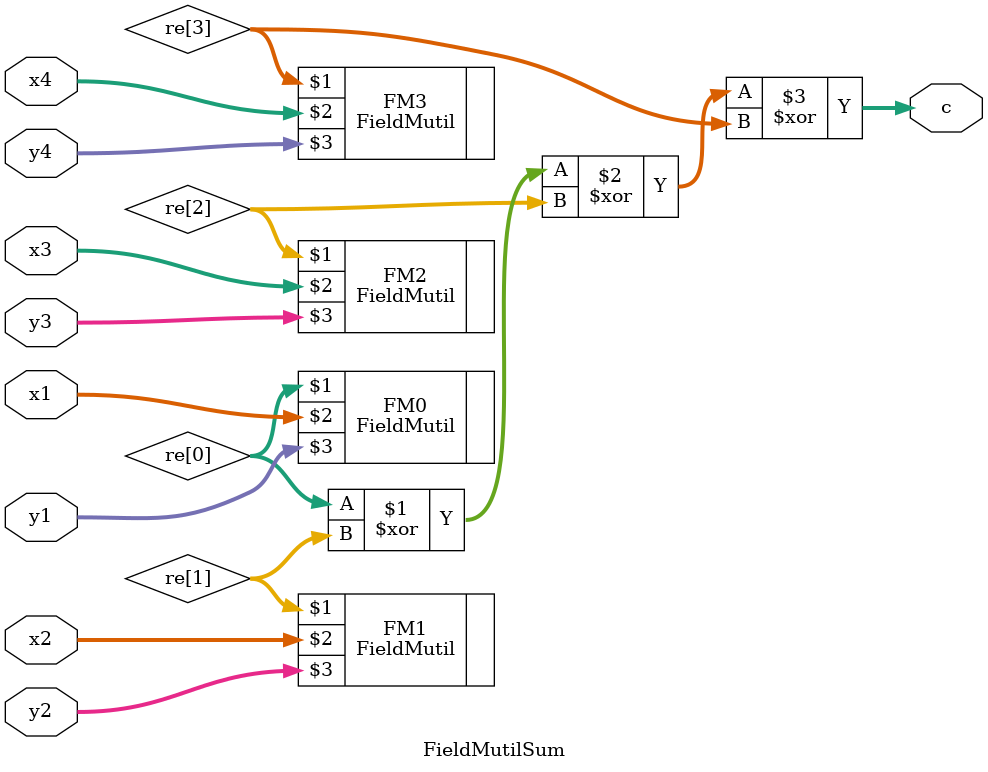
<source format=v>
`timescale   1ns/1ns

module FieldMutilSum(c,x1,x2,x3,x4,
                     y1,y2,y3,y4);
    input  [0:3] x1,x2,x3,x4,y1,y2,y3,y4;
    output [0:3] c;
    
    wire   [0:3] re[0:3]; 
    wire   [0:3] c;
    
   FieldMutil   FM0(re[0],x1,y1);
   FieldMutil   FM1(re[1],x2,y2);
   FieldMutil   FM2(re[2],x3,y3);
   FieldMutil   FM3(re[3],x4,y4);
   assign       c=(re[0] ^ re[1] ^ re[2] ^re[3]);
   
 endmodule

</source>
